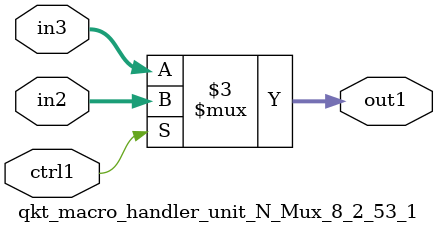
<source format=v>

`timescale 1ps / 1ps


module qkt_macro_handler_unit_N_Mux_8_2_53_1( in3, in2, ctrl1, out1 );

    input [7:0] in3;
    input [7:0] in2;
    input ctrl1;
    output [7:0] out1;
    reg [7:0] out1;

    
    // rtl_process:qkt_macro_handler_unit_N_Mux_8_2_53_1/qkt_macro_handler_unit_N_Mux_8_2_53_1_thread_1
    always @*
      begin : qkt_macro_handler_unit_N_Mux_8_2_53_1_thread_1
        case (ctrl1) 
          1'b1: 
            begin
              out1 = in2;
            end
          default: 
            begin
              out1 = in3;
            end
        endcase
      end

endmodule



</source>
